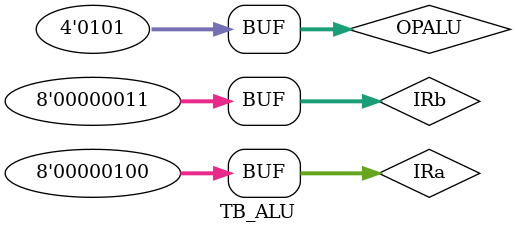
<source format=v>
`timescale 1ns / 1ps


module TB_ALU;

	// Inputs
	reg [7:0] IRa;
	reg [7:0] IRb;
	reg [3:0] OPALU;

	// Outputs
	wire OFgn;
	wire OFgz;
	wire [7:0] OALUD;

	// Instantiate the Unit Under Test (UUT)
	Alu uut (
		.IRa(IRa), 
		.IRb(IRb), 
		.OPALU(OPALU), 
		.OFgn(OFgn), 
		.OFgz(OFgz), 
		.OALUD(OALUD)
	);

	initial begin
		// Initialize Inputs
		IRa = 0;
		IRb = 0;
		OPALU = 0;

		// Wait 100 ns for global reset to finish
		#100;
        		IRa = 2;
		IRb = 2;
		OPALU = 1;
			#100;
				IRa = 4;
		IRb = 2;
		OPALU = 2;
			#100;
				IRa = 2;
		IRb = 3;
		OPALU = 3;
			#100;
				IRa = 4;
		IRb = 3;
		OPALU = 4;
			#100;
				IRa = 4;
		IRb = 3;
		OPALU = 5;
			#100;
		// Add stimulus here

	end
      
endmodule


</source>
